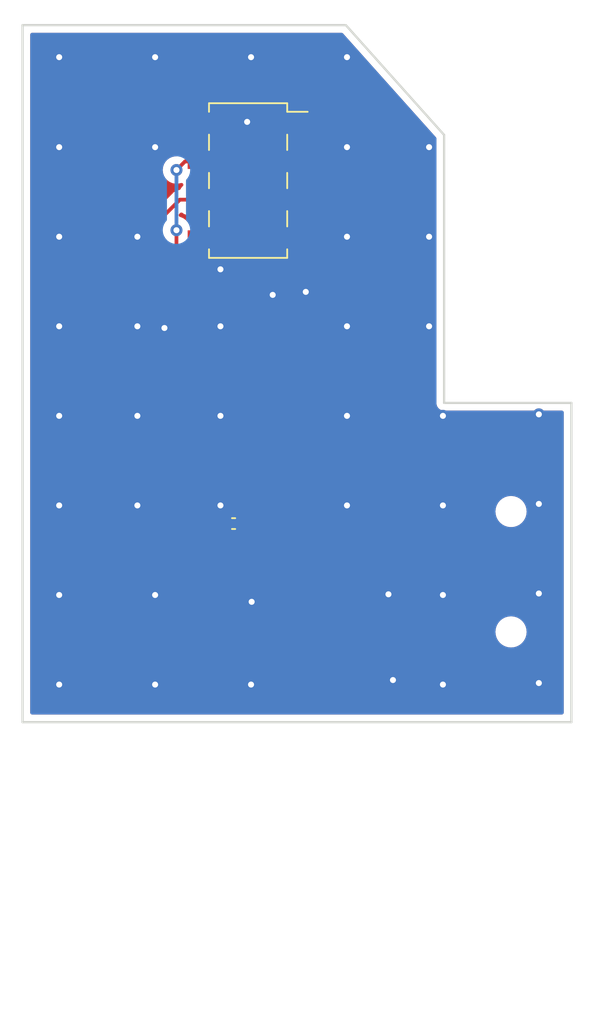
<source format=kicad_pcb>
(kicad_pcb (version 20211014) (generator pcbnew)
  (layers (0 "F.Cu" signal) (31 "B.Cu" signal) (34 "B.Paste" user) (35 "F.Paste" user) (36 "B.SilkS" user "B.Silkscreen") (37 "F.SilkS" user "F.Silkscreen") (38 "B.Mask" user) (39 "F.Mask" user) (44 "Edge.Cuts" user))
  (net 0 "")
  (net 1 "/+3.3")
  (net 2 "GND")
  (net 3 "Net-(J2-Pad3)")
  (net 4 "Net-(J2-Pad4)")
  (net 5 "Net-(J2-Pad5)")
  (net 6 "Net-(J2-Pad6)")
  (net 7 "Net-(J2-Pad7)")
  (footprint "Capacitor_SMD:C_0402_1005Metric" (layer "F.Cu") (at 88.1 87.8 180)
    (fp_text reference "C1")
    (fp_text value "100n")
    (fp_line (start -0.107836 -0.36) (end 0.107836 -0.36) (layer "F.SilkS") (width 0.12))
    (fp_line (start -0.107836 0.36) (end 0.107836 0.36) (layer "F.SilkS") (width 0.12))
    (pad "1" smd roundrect (at -0.48 0 180) (size 0.56 0.62) (layers "F.Cu" "F.Paste" "F.Mask") (net 1 "/+3.3"))
    (pad "2" smd roundrect (at 0.48 0 180) (size 0.56 0.62) (layers "F.Cu" "F.Paste" "F.Mask") (net 2 "GND"))
  )
  (footprint "Connector_PinSocket_2.54mm:PinSocket_2x04_P2.54mm_Vertical_SMD" (layer "F.Cu") (at 89.064 65)
    (fp_text reference "J2")
    (fp_text value "Conn_02x04_Odd_Even")
    (fp_line (start -2.6 2.03) (end -2.6 3.05) (layer "F.SilkS") (width 0.12))
    (fp_line (start -2.6 5.14) (end 2.6 5.14) (layer "F.SilkS") (width 0.12))
    (fp_line (start 2.6 -4.57) (end 3.96 -4.57) (layer "F.SilkS") (width 0.12))
    (fp_line (start 2.6 -5.14) (end 2.6 -4.57) (layer "F.SilkS") (width 0.12))
    (fp_line (start 2.6 -3.05) (end 2.6 -2.03) (layer "F.SilkS") (width 0.12))
    (fp_line (start -2.6 4.57) (end -2.6 5.14) (layer "F.SilkS") (width 0.12))
    (fp_line (start 2.6 2.03) (end 2.6 3.05) (layer "F.SilkS") (width 0.12))
    (fp_line (start -2.6 -5.14) (end -2.6 -4.57) (layer "F.SilkS") (width 0.12))
    (fp_line (start -2.6 -5.14) (end 2.6 -5.14) (layer "F.SilkS") (width 0.12))
    (fp_line (start -2.6 -0.51) (end -2.6 0.51) (layer "F.SilkS") (width 0.12))
    (fp_line (start 2.6 4.57) (end 2.6 5.14) (layer "F.SilkS") (width 0.12))
    (fp_line (start 2.6 -0.51) (end 2.6 0.51) (layer "F.SilkS") (width 0.12))
    (fp_line (start -2.6 -3.05) (end -2.6 -2.03) (layer "F.SilkS") (width 0.12))
    (pad "1" smd rect locked (at 2.52 -3.81) (size 3 1) (layers "F.Cu" "F.Paste" "F.Mask") (net 1 "/+3.3"))
    (pad "2" smd rect locked (at -2.52 -3.81) (size 3 1) (layers "F.Cu" "F.Paste" "F.Mask") (net 2 "GND"))
    (pad "3" smd rect locked (at 2.52 -1.27) (size 3 1) (layers "F.Cu" "F.Paste" "F.Mask") (net 3 "Net-(J2-Pad3)"))
    (pad "4" smd rect locked (at -2.52 -1.27) (size 3 1) (layers "F.Cu" "F.Paste" "F.Mask") (net 4 "Net-(J2-Pad4)"))
    (pad "5" smd rect locked (at 2.52 1.27) (size 3 1) (layers "F.Cu" "F.Paste" "F.Mask") (net 5 "Net-(J2-Pad5)"))
    (pad "6" smd rect locked (at -2.52 1.27) (size 3 1) (layers "F.Cu" "F.Paste" "F.Mask") (net 6 "Net-(J2-Pad6)"))
    (pad "7" smd rect locked (at 2.52 3.81) (size 3 1) (layers "F.Cu" "F.Paste" "F.Mask") (net 7 "Net-(J2-Pad7)"))
    (pad "8" smd rect locked (at -2.52 3.81) (size 3 1) (layers "F.Cu" "F.Paste" "F.Mask") (net 2 "GND"))
  )
  (footprint "VideoGames_KiCad6:Micro_SD_C113206" (layer "F.Cu") (at 95.8 87.8 90)
    (fp_text reference "J3")
    (fp_text value "Micro_SD_Card")
    (pad "" np_thru_hole circle (at 0.8 10.75 90) (size 1.05 1.05) (drill 1.05) (layers *.Cu *.Mask))
    (pad "" np_thru_hole circle (at -7.2 10.75 90) (size 1.05 1.05) (drill 1.05) (layers *.Cu *.Mask))
    (pad "1" smd rect (at 0 -0.25 90) (size 0.7 1.6) (layers "F.Cu" "F.Paste" "F.Mask") (net 3 "Net-(J2-Pad3)"))
    (pad "2" smd rect (at -1.1 -0.25 90) (size 0.7 1.6) (layers "F.Cu" "F.Paste" "F.Mask") (net 7 "Net-(J2-Pad7)"))
    (pad "3" smd rect (at -2.2 -0.25 90) (size 0.7 1.6) (layers "F.Cu" "F.Paste" "F.Mask") (net 5 "Net-(J2-Pad5)"))
    (pad "4" smd rect (at -3.3 -0.25 90) (size 0.7 1.6) (layers "F.Cu" "F.Paste" "F.Mask") (net 1 "/+3.3"))
    (pad "5" smd rect (at -4.4 -0.25 90) (size 0.7 1.6) (layers "F.Cu" "F.Paste" "F.Mask") (net 4 "Net-(J2-Pad4)"))
    (pad "6" smd rect (at -5.5 -0.25 90) (size 0.7 1.6) (layers "F.Cu" "F.Paste" "F.Mask") (net 2 "GND"))
    (pad "7" smd rect (at -6.6 -0.25 90) (size 0.7 1.6) (layers "F.Cu" "F.Paste" "F.Mask") (net 6 "Net-(J2-Pad6)"))
    (pad "8" smd rect (at -7.7 -0.25 90) (size 0.7 1.6) (layers "F.Cu" "F.Paste" "F.Mask"))
    (pad "9" smd rect (at -8.8 -0.25 90) (size 0.7 1.6) (layers "F.Cu" "F.Paste" "F.Mask") (net 2 "GND"))
    (pad "SH" smd rect (at 5.5 10.35 90) (size 1.2 2.2) (layers "F.Cu" "F.Paste" "F.Mask"))
    (pad "SH" smd rect (at 4.6 0.5 90) (size 1.6 1.5) (layers "F.Cu" "F.Paste" "F.Mask"))
    (pad "SH" smd rect (at -10 10.35 90) (size 1.2 2.2) (layers "F.Cu" "F.Paste" "F.Mask"))
    (pad "SH" smd rect (at -10.2 0.5 90) (size 1.6 1.5) (layers "F.Cu" "F.Paste" "F.Mask"))
  )
  (gr_line (start 102.1 61.97) (end 102.1 79.78) (layer "Edge.Cuts") (width 0.15))
  (gr_line (start 102.1 79.78) (end 110.564286 79.78) (layer "Edge.Cuts") (width 0.15))
  (gr_line (start 110.564286 101) (end 110.564286 79.78) (layer "Edge.Cuts") (width 0.15))
  (gr_line (start 74.064286 54.67) (end 74.064286 101) (layer "Edge.Cuts") (width 0.15))
  (gr_line (start 74.064286 54.67) (end 95.564286 54.67) (layer "Edge.Cuts") (width 0.15))
  (gr_line (start 74.064286 101) (end 110.564286 101) (layer "Edge.Cuts") (width 0.15))
  (gr_line (start 95.564286 54.67) (end 102.1 61.97) (layer "Edge.Cuts") (width 0.15))
  (segment (start 91.733953 91.1) (end 88.8 88.166047) (width 1) (layer "F.Cu") (net 1))
  (segment (start 88.8 88.166047) (end 88.8 63.114978) (width 1) (layer "F.Cu") (net 1))
  (segment (start 90.724978 61.19) (end 91.584 61.19) (width 1) (layer "F.Cu") (net 1))
  (segment (start 88.8 63.114978) (end 90.724978 61.19) (width 1) (layer "F.Cu") (net 1))
  (segment (start 95.55 91.1) (end 91.733953 91.1) (width 1) (layer "F.Cu") (net 1))
  (via (at 101.1 62.780569) (size 0.8) (drill 0.4) (layers "F.Cu" "B.Cu") (net 2))
  (via (at 108.4 98.399585) (size 0.8) (drill 0.4) (layers "F.Cu" "B.Cu") (net 2))
  (via (at 76.5 68.733739) (size 0.8) (drill 0.4) (layers "F.Cu" "B.Cu") (net 2))
  (via (at 82.88 98.499585) (size 0.8) (drill 0.4) (layers "F.Cu" "B.Cu") (net 2))
  (via (at 102.02 98.499585) (size 0.8) (drill 0.4) (layers "F.Cu" "B.Cu") (net 2))
  (via (at 95.64 62.780569) (size 0.8) (drill 0.4) (layers "F.Cu" "B.Cu") (net 2))
  (via (at 108.4 92.446416) (size 0.8) (drill 0.4) (layers "F.Cu" "B.Cu") (net 2))
  (via (at 98.69756 98.2) (size 0.8) (drill 0.4) (layers "F.Cu" "B.Cu") (net 2))
  (via (at 95.64 86.593247) (size 0.8) (drill 0.4) (layers "F.Cu" "B.Cu") (net 2))
  (via (at 81.7 80.640077) (size 0.8) (drill 0.4) (layers "F.Cu" "B.Cu") (net 2))
  (via (at 108.4 86.493247) (size 0.8) (drill 0.4) (layers "F.Cu" "B.Cu") (net 2))
  (via (at 101.1 68.733739) (size 0.8) (drill 0.4) (layers "F.Cu" "B.Cu") (net 2))
  (via (at 76.5 86.593247) (size 0.8) (drill 0.4) (layers "F.Cu" "B.Cu") (net 2))
  (via (at 102.02 92.546416) (size 0.8) (drill 0.4) (layers "F.Cu" "B.Cu") (net 2))
  (via (at 87.224879 70.9) (size 0.8) (drill 0.4) (layers "F.Cu" "B.Cu") (net 2))
  (via (at 102.02 86.593247) (size 0.8) (drill 0.4) (layers "F.Cu" "B.Cu") (net 2))
  (via (at 81.7 68.733739) (size 0.8) (drill 0.4) (layers "F.Cu" "B.Cu") (net 2))
  (via (at 95.64 56.8) (size 0.8) (drill 0.4) (layers "F.Cu" "B.Cu") (net 2))
  (via (at 89.3 93) (size 0.8) (drill 0.4) (layers "F.Cu" "B.Cu") (net 2))
  (via (at 76.5 80.640077) (size 0.8) (drill 0.4) (layers "F.Cu" "B.Cu") (net 2))
  (via (at 89.26 98.499585) (size 0.8) (drill 0.4) (layers "F.Cu" "B.Cu") (net 2))
  (via (at 76.5 56.8) (size 0.8) (drill 0.4) (layers "F.Cu" "B.Cu") (net 2))
  (via (at 98.39756 92.5) (size 0.8) (drill 0.4) (layers "F.Cu" "B.Cu") (net 2))
  (via (at 87.224879 86.593247) (size 0.8) (drill 0.4) (layers "F.Cu" "B.Cu") (net 2))
  (via (at 108.4 80.540077) (size 0.8) (drill 0.4) (layers "F.Cu" "B.Cu") (net 2))
  (via (at 92.9 72.4) (size 0.8) (drill 0.4) (layers "F.Cu" "B.Cu") (net 2))
  (via (at 76.5 62.780569) (size 0.8) (drill 0.4) (layers "F.Cu" "B.Cu") (net 2))
  (via (at 95.64 74.686908) (size 0.8) (drill 0.4) (layers "F.Cu" "B.Cu") (net 2))
  (via (at 87.224879 80.640077) (size 0.8) (drill 0.4) (layers "F.Cu" "B.Cu") (net 2))
  (via (at 87.224879 74.686908) (size 0.8) (drill 0.4) (layers "F.Cu" "B.Cu") (net 2))
  (via (at 95.64 68.733739) (size 0.8) (drill 0.4) (layers "F.Cu" "B.Cu") (net 2))
  (via (at 82.88 62.780569) (size 0.8) (drill 0.4) (layers "F.Cu" "B.Cu") (net 2))
  (via (at 89 61.1) (size 0.8) (drill 0.4) (layers "F.Cu" "B.Cu") (net 2))
  (via (at 89.26 56.8) (size 0.8) (drill 0.4) (layers "F.Cu" "B.Cu") (net 2))
  (via (at 81.7 86.593247) (size 0.8) (drill 0.4) (layers "F.Cu" "B.Cu") (net 2))
  (via (at 102.02 80.640077) (size 0.8) (drill 0.4) (layers "F.Cu" "B.Cu") (net 2))
  (via (at 82.88 56.8) (size 0.8) (drill 0.4) (layers "F.Cu" "B.Cu") (net 2))
  (via (at 83.5 74.8) (size 0.8) (drill 0.4) (layers "F.Cu" "B.Cu") (net 2))
  (via (at 90.7 72.6) (size 0.8) (drill 0.4) (layers "F.Cu" "B.Cu") (net 2))
  (via (at 81.7 74.686908) (size 0.8) (drill 0.4) (layers "F.Cu" "B.Cu") (net 2))
  (via (at 82.88 92.546416) (size 0.8) (drill 0.4) (layers "F.Cu" "B.Cu") (net 2))
  (via (at 76.5 98.499585) (size 0.8) (drill 0.4) (layers "F.Cu" "B.Cu") (net 2))
  (via (at 95.64 80.640077) (size 0.8) (drill 0.4) (layers "F.Cu" "B.Cu") (net 2))
  (via (at 101.1 74.686908) (size 0.8) (drill 0.4) (layers "F.Cu" "B.Cu") (net 2))
  (via (at 76.5 92.546416) (size 0.8) (drill 0.4) (layers "F.Cu" "B.Cu") (net 2))
  (via (at 76.5 74.686908) (size 0.8) (drill 0.4) (layers "F.Cu" "B.Cu") (net 2))
  (segment (start 92.8 86.55) (end 92.8 75.1) (width 0.25) (layer "F.Cu") (net 3))
  (segment (start 94.05 87.8) (end 92.8 86.55) (width 0.25) (layer "F.Cu") (net 3))
  (segment (start 94.7 64.4) (end 94.03 63.73) (width 0.25) (layer "F.Cu") (net 3))
  (segment (start 94.03 63.73) (end 91.584 63.73) (width 0.25) (layer "F.Cu") (net 3))
  (segment (start 95.55 87.8) (end 94.05 87.8) (width 0.25) (layer "F.Cu") (net 3))
  (segment (start 94.7 73.2) (end 94.7 64.4) (width 0.25) (layer "F.Cu") (net 3))
  (segment (start 92.8 75.1) (end 94.7 73.2) (width 0.25) (layer "F.Cu") (net 3))
  (segment (start 84.87 63.73) (end 86.544 63.73) (width 0.25) (layer "F.Cu") (net 4))
  (segment (start 84.3 88) (end 88.5 92.2) (width 0.25) (layer "F.Cu") (net 4))
  (segment (start 84.3 64.3) (end 84.87 63.73) (width 0.25) (layer "F.Cu") (net 4))
  (segment (start 88.5 92.2) (end 95.55 92.2) (width 0.25) (layer "F.Cu") (net 4))
  (segment (start 84.3 68.3) (end 84.3 88) (width 0.25) (layer "F.Cu") (net 4))
  (via (at 84.3 68.3) (size 0.8) (drill 0.4) (layers "F.Cu" "B.Cu") (net 4))
  (via (at 84.3 64.3) (size 0.8) (drill 0.4) (layers "F.Cu" "B.Cu") (net 4))
  (segment (start 84.3 68.3) (end 84.3 64.3) (width 0.25) (layer "B.Cu") (net 4))
  (segment (start 91.584 66.27) (end 89.62452 68.22948) (width 0.25) (layer "F.Cu") (net 5))
  (segment (start 89.62452 68.22948) (end 89.62452 87.82452) (width 0.25) (layer "F.Cu") (net 5))
  (segment (start 89.62452 87.82452) (end 91.8 90) (width 0.25) (layer "F.Cu") (net 5))
  (segment (start 91.8 90) (end 95.55 90) (width 0.25) (layer "F.Cu") (net 5))
  (segment (start 82.604283 74.386805) (end 82.604283 88.504283) (width 0.25) (layer "F.Cu") (net 6))
  (segment (start 82.6 74.382522) (end 82.604283 74.386805) (width 0.25) (layer "F.Cu") (net 6))
  (segment (start 82.604283 69.033842) (end 82.6 69.038125) (width 0.25) (layer "F.Cu") (net 6))
  (segment (start 88.5 94.4) (end 95.55 94.4) (width 0.25) (layer "F.Cu") (net 6))
  (segment (start 82.6 68.2) (end 82.6 68.429353) (width 0.25) (layer "F.Cu") (net 6))
  (segment (start 84.53 66.27) (end 82.6 68.2) (width 0.25) (layer "F.Cu") (net 6))
  (segment (start 86.544 66.27) (end 84.53 66.27) (width 0.25) (layer "F.Cu") (net 6))
  (segment (start 82.6 69.038125) (end 82.6 74.382522) (width 0.25) (layer "F.Cu") (net 6))
  (segment (start 82.604283 68.433636) (end 82.604283 69.033842) (width 0.25) (layer "F.Cu") (net 6))
  (segment (start 82.6 68.429353) (end 82.604283 68.433636) (width 0.25) (layer "F.Cu") (net 6))
  (segment (start 82.604283 88.504283) (end 88.5 94.4) (width 0.25) (layer "F.Cu") (net 6))
  (segment (start 93.3 88.9) (end 95.55 88.9) (width 0.25) (layer "F.Cu") (net 7))
  (segment (start 91.584 87.184) (end 93.3 88.9) (width 0.25) (layer "F.Cu") (net 7))
  (segment (start 91.584 68.81) (end 91.584 87.184) (width 0.25) (layer "F.Cu") (net 7))
  (zone (net 2) (net_name "GND") (layers F&B.Cu) (connect_pads (clearance 0.508)) (min_thickness 0.254) (fill yes (thermal_gap 0.508) (thermal_bridge_width 0.508))
    (polygon (pts (xy 72.564286 121) (xy 111.564286 121) (xy 111.564286 53) (xy 72.564286 53)))
  )
)
</source>
